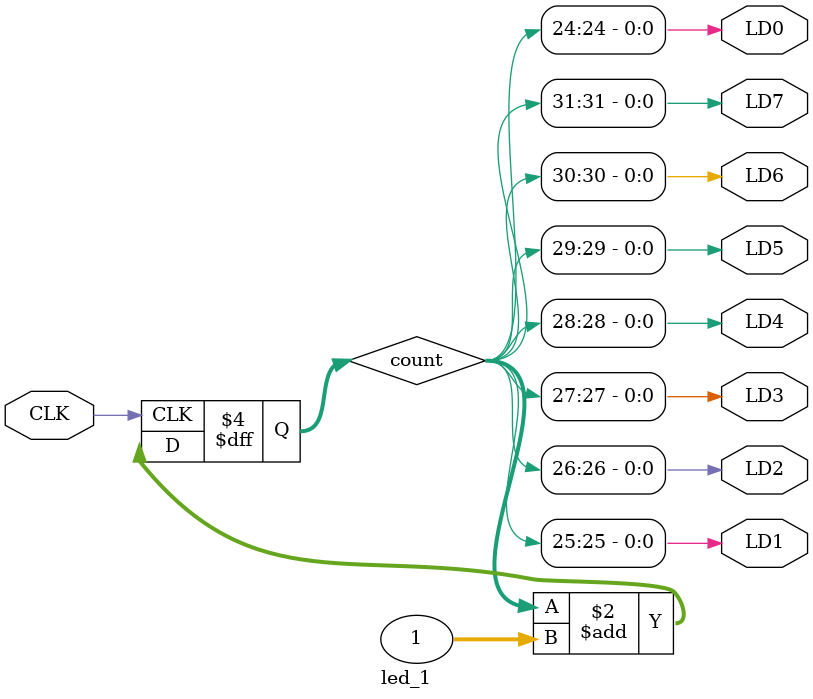
<source format=v>
`timescale 1ns / 1ps


module led_1(
    input CLK,
    output LD0,
    output LD1,
    output LD2,
    output LD3,
    output LD4,
    output LD5,
    output LD6,
    output LD7
    );
    reg [31:0] count = 0;
    assign LD0 = count[24];
    assign LD1 = count[25];
    assign LD2 = count[26];
    assign LD3 = count[27];
    assign LD4 = count[28];
    assign LD5 = count[29];
    assign LD6 = count[30];
    assign LD7 = count[31];
    always @ (posedge(CLK)) count <= count + 1;
endmodule

</source>
